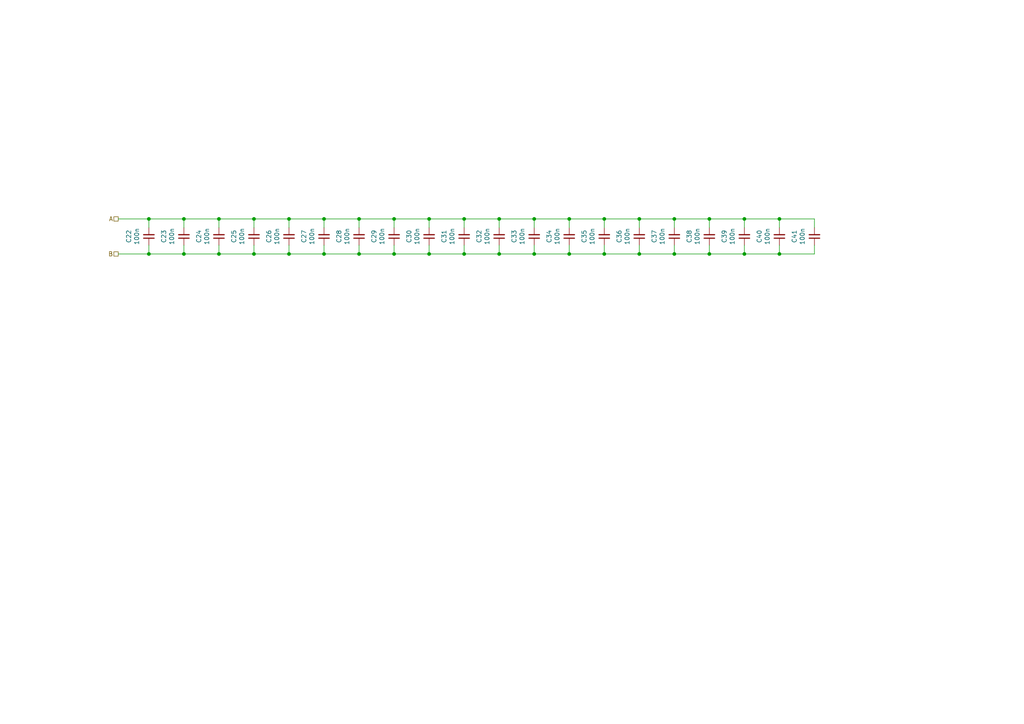
<source format=kicad_sch>
(kicad_sch (version 20230121) (generator eeschema)
  (paper "A4")
  (title_block (title "Electromagnetic Fault Injector") (date "2019-10-29") (rev "0.1") (company "Ledger"))
  (lib_symbols
    (symbol "Device:C_Small" (pin_numbers hide) (pin_names (offset 0.254) hide)
      (property "Reference" "C" (at 0.254 1.778 0))
      (property "Value" "C_Small" (at 0.254 -2.032 0))
      (symbol "C_Small_0_1"
        (polyline (pts (xy -1.524 -0.508) (xy 1.524 -0.508)) (stroke (width 0.3302)))
        (polyline (pts (xy -1.524 0.508) (xy 1.524 0.508)) (stroke (width 0.3048)))
      )
      (symbol "C_Small_1_1"
        (pin passive line (at 0 2.54 270) (length 2.032) (name "~") (number "1"))
        (pin passive line (at 0 -2.54 90) (length 2.032) (name "~") (number "2"))
      )
    )
  )
  (junction (at 63.5 73.66))
  (junction (at 165.1 63.5))
  (junction (at 124.46 73.66))
  (junction (at 165.1 73.66))
  (junction (at 114.3 73.66))
  (junction (at 195.58 73.66))
  (junction (at 53.34 63.5))
  (junction (at 154.94 73.66))
  (junction (at 53.34 73.66))
  (junction (at 226.06 63.5))
  (junction (at 43.18 73.66))
  (junction (at 83.82 63.5))
  (junction (at 175.26 63.5))
  (junction (at 63.5 63.5))
  (junction (at 195.58 63.5))
  (junction (at 175.26 73.66))
  (junction (at 134.62 73.66))
  (junction (at 205.74 63.5))
  (junction (at 215.9 73.66))
  (junction (at 185.42 73.66))
  (junction (at 185.42 63.5))
  (junction (at 154.94 63.5))
  (junction (at 104.14 63.5))
  (junction (at 83.82 73.66))
  (junction (at 93.98 63.5))
  (junction (at 73.66 73.66))
  (junction (at 104.14 73.66))
  (junction (at 93.98 73.66))
  (junction (at 144.78 63.5))
  (junction (at 215.9 63.5))
  (junction (at 43.18 63.5))
  (junction (at 114.3 63.5))
  (junction (at 73.66 63.5))
  (junction (at 134.62 63.5))
  (junction (at 205.74 73.66))
  (junction (at 226.06 73.66))
  (junction (at 144.78 73.66))
  (junction (at 124.46 63.5))
  (wire (pts (xy 124.46 71.12) (xy 124.46 73.66)))
  (wire (pts (xy 195.58 63.5) (xy 205.74 63.5)))
  (wire (pts (xy 205.74 73.66) (xy 205.74 71.12)))
  (wire (pts (xy 104.14 63.5) (xy 104.14 66.04)))
  (wire (pts (xy 205.74 73.66) (xy 195.58 73.66)))
  (wire (pts (xy 93.98 63.5) (xy 83.82 63.5)))
  (wire (pts (xy 154.94 71.12) (xy 154.94 73.66)))
  (wire (pts (xy 73.66 66.04) (xy 73.66 63.5)))
  (wire (pts (xy 93.98 73.66) (xy 104.14 73.66)))
  (wire (pts (xy 165.1 73.66) (xy 154.94 73.66)))
  (wire (pts (xy 63.5 63.5) (xy 53.34 63.5)))
  (wire (pts (xy 93.98 66.04) (xy 93.98 63.5)))
  (wire (pts (xy 144.78 71.12) (xy 144.78 73.66)))
  (wire (pts (xy 43.18 73.66) (xy 53.34 73.66)))
  (wire (pts (xy 226.06 63.5) (xy 226.06 66.04)))
  (wire (pts (xy 144.78 63.5) (xy 144.78 66.04)))
  (wire (pts (xy 83.82 63.5) (xy 73.66 63.5)))
  (wire (pts (xy 53.34 73.66) (xy 53.34 71.12)))
  (wire (pts (xy 165.1 66.04) (xy 165.1 63.5)))
  (wire (pts (xy 134.62 73.66) (xy 134.62 71.12)))
  (wire (pts (xy 165.1 73.66) (xy 165.1 71.12)))
  (wire (pts (xy 175.26 63.5) (xy 185.42 63.5)))
  (wire (pts (xy 73.66 63.5) (xy 63.5 63.5)))
  (wire (pts (xy 114.3 63.5) (xy 104.14 63.5)))
  (wire (pts (xy 114.3 73.66) (xy 114.3 71.12)))
  (wire (pts (xy 236.22 71.12) (xy 236.22 73.66)))
  (wire (pts (xy 195.58 71.12) (xy 195.58 73.66)))
  (wire (pts (xy 43.18 71.12) (xy 43.18 73.66)))
  (wire (pts (xy 215.9 73.66) (xy 205.74 73.66)))
  (wire (pts (xy 154.94 63.5) (xy 165.1 63.5)))
  (wire (pts (xy 144.78 63.5) (xy 154.94 63.5)))
  (wire (pts (xy 205.74 63.5) (xy 215.9 63.5)))
  (wire (pts (xy 124.46 63.5) (xy 124.46 66.04)))
  (wire (pts (xy 185.42 63.5) (xy 185.42 66.04)))
  (wire (pts (xy 124.46 63.5) (xy 114.3 63.5)))
  (wire (pts (xy 114.3 73.66) (xy 124.46 73.66)))
  (wire (pts (xy 154.94 73.66) (xy 144.78 73.66)))
  (wire (pts (xy 53.34 73.66) (xy 63.5 73.66)))
  (wire (pts (xy 43.18 63.5) (xy 43.18 66.04)))
  (wire (pts (xy 83.82 73.66) (xy 93.98 73.66)))
  (wire (pts (xy 195.58 73.66) (xy 185.42 73.66)))
  (wire (pts (xy 34.29 63.5) (xy 43.18 63.5)))
  (wire (pts (xy 134.62 63.5) (xy 124.46 63.5)))
  (wire (pts (xy 154.94 66.04) (xy 154.94 63.5)))
  (wire (pts (xy 53.34 63.5) (xy 43.18 63.5)))
  (wire (pts (xy 104.14 71.12) (xy 104.14 73.66)))
  (wire (pts (xy 63.5 73.66) (xy 73.66 73.66)))
  (wire (pts (xy 175.26 73.66) (xy 165.1 73.66)))
  (wire (pts (xy 134.62 63.5) (xy 144.78 63.5)))
  (wire (pts (xy 104.14 63.5) (xy 93.98 63.5)))
  (wire (pts (xy 114.3 66.04) (xy 114.3 63.5)))
  (wire (pts (xy 93.98 73.66) (xy 93.98 71.12)))
  (wire (pts (xy 73.66 73.66) (xy 83.82 73.66)))
  (wire (pts (xy 236.22 66.04) (xy 236.22 63.5)))
  (wire (pts (xy 175.26 66.04) (xy 175.26 63.5)))
  (wire (pts (xy 215.9 71.12) (xy 215.9 73.66)))
  (wire (pts (xy 215.9 63.5) (xy 226.06 63.5)))
  (wire (pts (xy 63.5 71.12) (xy 63.5 73.66)))
  (wire (pts (xy 185.42 73.66) (xy 175.26 73.66)))
  (wire (pts (xy 73.66 73.66) (xy 73.66 71.12)))
  (wire (pts (xy 165.1 63.5) (xy 175.26 63.5)))
  (wire (pts (xy 195.58 66.04) (xy 195.58 63.5)))
  (wire (pts (xy 205.74 63.5) (xy 205.74 66.04)))
  (wire (pts (xy 104.14 73.66) (xy 114.3 73.66)))
  (wire (pts (xy 53.34 66.04) (xy 53.34 63.5)))
  (wire (pts (xy 43.18 73.66) (xy 34.29 73.66)))
  (wire (pts (xy 175.26 71.12) (xy 175.26 73.66)))
  (wire (pts (xy 83.82 63.5) (xy 83.82 66.04)))
  (wire (pts (xy 185.42 63.5) (xy 195.58 63.5)))
  (wire (pts (xy 236.22 73.66) (xy 226.06 73.66)))
  (wire (pts (xy 226.06 63.5) (xy 236.22 63.5)))
  (wire (pts (xy 124.46 73.66) (xy 134.62 73.66)))
  (wire (pts (xy 226.06 73.66) (xy 215.9 73.66)))
  (wire (pts (xy 226.06 73.66) (xy 226.06 71.12)))
  (wire (pts (xy 144.78 73.66) (xy 134.62 73.66)))
  (wire (pts (xy 185.42 73.66) (xy 185.42 71.12)))
  (wire (pts (xy 215.9 66.04) (xy 215.9 63.5)))
  (wire (pts (xy 134.62 66.04) (xy 134.62 63.5)))
  (wire (pts (xy 63.5 66.04) (xy 63.5 63.5)))
  (wire (pts (xy 83.82 71.12) (xy 83.82 73.66)))
  (hierarchical_label "A" (shape passive) (at 34.29 63.5 180))
  (hierarchical_label "B" (shape passive) (at 34.29 73.66 180))
  (symbol (lib_id "Device:C_Small") (at 43.18 68.58 0) (mirror x) (unit 1)
    (property "Reference" "C22" (at 37.3634 68.58 90))
    (property "Value" "100n" (at 39.6748 68.58 90))
    (property "Footprint" "Capacitor_SMD:C_2225_5664Metric_Pad1.80x6.60mm_HandSolder" (effects hide))
    (property "Manufacturer" "Kemet" (effects hide))
    (property "ManufacturerRef" "C2225C104KFRACTU" (effects hide))
    (property "Price" "2.48" (effects hide))
    (property "Vendor" "Farnell" (effects hide))
    (property "VendorRef" "2676659" (effects hide))
    (property "Voltage" "1500" (effects hide))
  )
  (symbol (lib_id "Device:C_Small") (at 53.34 68.58 0) (mirror x) (unit 1)
    (property "Reference" "C23" (at 47.5234 68.58 90))
    (property "Value" "100n" (at 49.8348 68.58 90))
    (property "Footprint" "Capacitor_SMD:C_2225_5664Metric_Pad1.80x6.60mm_HandSolder" (effects hide))
    (property "Manufacturer" "Kemet" (effects hide))
    (property "ManufacturerRef" "C2225C104KFRACTU" (effects hide))
    (property "Price" "2.48" (effects hide))
    (property "Vendor" "Farnell" (effects hide))
    (property "VendorRef" "2676659" (effects hide))
    (property "Voltage" "1500" (effects hide))
  )
  (symbol (lib_id "Device:C_Small") (at 63.5 68.58 0) (mirror x) (unit 1)
    (property "Reference" "C24" (at 57.6834 68.58 90))
    (property "Value" "100n" (at 59.9948 68.58 90))
    (property "Footprint" "Capacitor_SMD:C_2225_5664Metric_Pad1.80x6.60mm_HandSolder" (effects hide))
    (property "Manufacturer" "Kemet" (effects hide))
    (property "ManufacturerRef" "C2225C104KFRACTU" (effects hide))
    (property "Price" "2.48" (effects hide))
    (property "Vendor" "Farnell" (effects hide))
    (property "VendorRef" "2676659" (effects hide))
    (property "Voltage" "1500" (effects hide))
  )
  (symbol (lib_id "Device:C_Small") (at 73.66 68.58 0) (mirror x) (unit 1)
    (property "Reference" "C25" (at 67.8434 68.58 90))
    (property "Value" "100n" (at 70.1548 68.58 90))
    (property "Footprint" "Capacitor_SMD:C_2225_5664Metric_Pad1.80x6.60mm_HandSolder" (effects hide))
    (property "Manufacturer" "Kemet" (effects hide))
    (property "ManufacturerRef" "C2225C104KFRACTU" (effects hide))
    (property "Price" "2.48" (effects hide))
    (property "Vendor" "Farnell" (effects hide))
    (property "VendorRef" "2676659" (effects hide))
    (property "Voltage" "1500" (effects hide))
  )
  (symbol (lib_id "Device:C_Small") (at 83.82 68.58 0) (mirror x) (unit 1)
    (property "Reference" "C26" (at 78.0034 68.58 90))
    (property "Value" "100n" (at 80.3148 68.58 90))
    (property "Footprint" "Capacitor_SMD:C_2225_5664Metric_Pad1.80x6.60mm_HandSolder" (effects hide))
    (property "Manufacturer" "Kemet" (effects hide))
    (property "ManufacturerRef" "C2225C104KFRACTU" (effects hide))
    (property "Price" "2.48" (effects hide))
    (property "Vendor" "Farnell" (effects hide))
    (property "VendorRef" "2676659" (effects hide))
    (property "Voltage" "1500" (effects hide))
  )
  (symbol (lib_id "Device:C_Small") (at 93.98 68.58 0) (mirror x) (unit 1)
    (property "Reference" "C27" (at 88.1634 68.58 90))
    (property "Value" "100n" (at 90.4748 68.58 90))
    (property "Footprint" "Capacitor_SMD:C_2225_5664Metric_Pad1.80x6.60mm_HandSolder" (effects hide))
    (property "Manufacturer" "Kemet" (effects hide))
    (property "ManufacturerRef" "C2225C104KFRACTU" (effects hide))
    (property "Price" "2.48" (effects hide))
    (property "Vendor" "Farnell" (effects hide))
    (property "VendorRef" "2676659" (effects hide))
    (property "Voltage" "1500" (effects hide))
  )
  (symbol (lib_id "Device:C_Small") (at 104.14 68.58 0) (mirror x) (unit 1)
    (property "Reference" "C28" (at 98.3234 68.58 90))
    (property "Value" "100n" (at 100.6348 68.58 90))
    (property "Footprint" "Capacitor_SMD:C_2225_5664Metric_Pad1.80x6.60mm_HandSolder" (effects hide))
    (property "Manufacturer" "Kemet" (effects hide))
    (property "ManufacturerRef" "C2225C104KFRACTU" (effects hide))
    (property "Price" "2.48" (effects hide))
    (property "Vendor" "Farnell" (effects hide))
    (property "VendorRef" "2676659" (effects hide))
    (property "Voltage" "1500" (effects hide))
  )
  (symbol (lib_id "Device:C_Small") (at 114.3 68.58 0) (mirror x) (unit 1)
    (property "Reference" "C29" (at 108.4834 68.58 90))
    (property "Value" "100n" (at 110.7948 68.58 90))
    (property "Footprint" "Capacitor_SMD:C_2225_5664Metric_Pad1.80x6.60mm_HandSolder" (effects hide))
    (property "Manufacturer" "Kemet" (effects hide))
    (property "ManufacturerRef" "C2225C104KFRACTU" (effects hide))
    (property "Price" "2.48" (effects hide))
    (property "Vendor" "Farnell" (effects hide))
    (property "VendorRef" "2676659" (effects hide))
    (property "Voltage" "1500" (effects hide))
  )
  (symbol (lib_id "Device:C_Small") (at 124.46 68.58 0) (mirror x) (unit 1)
    (property "Reference" "C30" (at 118.6434 68.58 90))
    (property "Value" "100n" (at 120.9548 68.58 90))
    (property "Footprint" "Capacitor_SMD:C_2225_5664Metric_Pad1.80x6.60mm_HandSolder" (effects hide))
    (property "Manufacturer" "Kemet" (effects hide))
    (property "ManufacturerRef" "C2225C104KFRACTU" (effects hide))
    (property "Price" "2.48" (effects hide))
    (property "Vendor" "Farnell" (effects hide))
    (property "VendorRef" "2676659" (effects hide))
    (property "Voltage" "1500" (effects hide))
  )
  (symbol (lib_id "Device:C_Small") (at 134.62 68.58 0) (mirror x) (unit 1)
    (property "Reference" "C31" (at 128.8034 68.58 90))
    (property "Value" "100n" (at 131.1148 68.58 90))
    (property "Footprint" "Capacitor_SMD:C_2225_5664Metric_Pad1.80x6.60mm_HandSolder" (effects hide))
    (property "Manufacturer" "Kemet" (effects hide))
    (property "ManufacturerRef" "C2225C104KFRACTU" (effects hide))
    (property "Price" "2.48" (effects hide))
    (property "Vendor" "Farnell" (effects hide))
    (property "VendorRef" "2676659" (effects hide))
    (property "Voltage" "1500" (effects hide))
  )
  (symbol (lib_id "Device:C_Small") (at 144.78 68.58 0) (mirror x) (unit 1)
    (property "Reference" "C32" (at 138.9634 68.58 90))
    (property "Value" "100n" (at 141.2748 68.58 90))
    (property "Footprint" "Capacitor_SMD:C_2225_5664Metric_Pad1.80x6.60mm_HandSolder" (effects hide))
    (property "Manufacturer" "Kemet" (effects hide))
    (property "ManufacturerRef" "C2225C104KFRACTU" (effects hide))
    (property "Price" "2.48" (effects hide))
    (property "Vendor" "Farnell" (effects hide))
    (property "VendorRef" "2676659" (effects hide))
    (property "Voltage" "1500" (effects hide))
  )
  (symbol (lib_id "Device:C_Small") (at 154.94 68.58 0) (mirror x) (unit 1)
    (property "Reference" "C33" (at 149.1234 68.58 90))
    (property "Value" "100n" (at 151.4348 68.58 90))
    (property "Footprint" "Capacitor_SMD:C_2225_5664Metric_Pad1.80x6.60mm_HandSolder" (effects hide))
    (property "Manufacturer" "Kemet" (effects hide))
    (property "ManufacturerRef" "C2225C104KFRACTU" (effects hide))
    (property "Price" "2.48" (effects hide))
    (property "Vendor" "Farnell" (effects hide))
    (property "VendorRef" "2676659" (effects hide))
    (property "Voltage" "1500" (effects hide))
  )
  (symbol (lib_id "Device:C_Small") (at 165.1 68.58 0) (mirror x) (unit 1)
    (property "Reference" "C34" (at 159.2834 68.58 90))
    (property "Value" "100n" (at 161.5948 68.58 90))
    (property "Footprint" "Capacitor_SMD:C_2225_5664Metric_Pad1.80x6.60mm_HandSolder" (effects hide))
    (property "Manufacturer" "Kemet" (effects hide))
    (property "ManufacturerRef" "C2225C104KFRACTU" (effects hide))
    (property "Price" "2.48" (effects hide))
    (property "Vendor" "Farnell" (effects hide))
    (property "VendorRef" "2676659" (effects hide))
    (property "Voltage" "1500" (effects hide))
  )
  (symbol (lib_id "Device:C_Small") (at 175.26 68.58 0) (mirror x) (unit 1)
    (property "Reference" "C35" (at 169.4434 68.58 90))
    (property "Value" "100n" (at 171.7548 68.58 90))
    (property "Footprint" "Capacitor_SMD:C_2225_5664Metric_Pad1.80x6.60mm_HandSolder" (effects hide))
    (property "Manufacturer" "Kemet" (effects hide))
    (property "ManufacturerRef" "C2225C104KFRACTU" (effects hide))
    (property "Price" "2.48" (effects hide))
    (property "Vendor" "Farnell" (effects hide))
    (property "VendorRef" "2676659" (effects hide))
    (property "Voltage" "1500" (effects hide))
  )
  (symbol (lib_id "Device:C_Small") (at 185.42 68.58 0) (mirror x) (unit 1)
    (property "Reference" "C36" (at 179.6034 68.58 90))
    (property "Value" "100n" (at 181.9148 68.58 90))
    (property "Footprint" "Capacitor_SMD:C_2225_5664Metric_Pad1.80x6.60mm_HandSolder" (effects hide))
    (property "Manufacturer" "Kemet" (effects hide))
    (property "ManufacturerRef" "C2225C104KFRACTU" (effects hide))
    (property "Price" "2.48" (effects hide))
    (property "Vendor" "Farnell" (effects hide))
    (property "VendorRef" "2676659" (effects hide))
    (property "Voltage" "1500" (effects hide))
  )
  (symbol (lib_id "Device:C_Small") (at 195.58 68.58 0) (mirror x) (unit 1)
    (property "Reference" "C37" (at 189.7634 68.58 90))
    (property "Value" "100n" (at 192.0748 68.58 90))
    (property "Footprint" "Capacitor_SMD:C_2225_5664Metric_Pad1.80x6.60mm_HandSolder" (effects hide))
    (property "Manufacturer" "Kemet" (effects hide))
    (property "ManufacturerRef" "C2225C104KFRACTU" (effects hide))
    (property "Price" "2.48" (effects hide))
    (property "Vendor" "Farnell" (effects hide))
    (property "VendorRef" "2676659" (effects hide))
    (property "Voltage" "1500" (effects hide))
  )
  (symbol (lib_id "Device:C_Small") (at 205.74 68.58 0) (mirror x) (unit 1)
    (property "Reference" "C38" (at 199.9234 68.58 90))
    (property "Value" "100n" (at 202.2348 68.58 90))
    (property "Footprint" "Capacitor_SMD:C_2225_5664Metric_Pad1.80x6.60mm_HandSolder" (effects hide))
    (property "Manufacturer" "Kemet" (effects hide))
    (property "ManufacturerRef" "C2225C104KFRACTU" (effects hide))
    (property "Price" "2.48" (effects hide))
    (property "Vendor" "Farnell" (effects hide))
    (property "VendorRef" "2676659" (effects hide))
    (property "Voltage" "1500" (effects hide))
  )
  (symbol (lib_id "Device:C_Small") (at 215.9 68.58 0) (mirror x) (unit 1)
    (property "Reference" "C39" (at 210.0834 68.58 90))
    (property "Value" "100n" (at 212.3948 68.58 90))
    (property "Footprint" "Capacitor_SMD:C_2225_5664Metric_Pad1.80x6.60mm_HandSolder" (effects hide))
    (property "Manufacturer" "Kemet" (effects hide))
    (property "ManufacturerRef" "C2225C104KFRACTU" (effects hide))
    (property "Price" "2.48" (effects hide))
    (property "Vendor" "Farnell" (effects hide))
    (property "VendorRef" "2676659" (effects hide))
    (property "Voltage" "1500" (effects hide))
  )
  (symbol (lib_id "Device:C_Small") (at 226.06 68.58 0) (mirror x) (unit 1)
    (property "Reference" "C40" (at 220.2434 68.58 90))
    (property "Value" "100n" (at 222.5548 68.58 90))
    (property "Footprint" "Capacitor_SMD:C_2225_5664Metric_Pad1.80x6.60mm_HandSolder" (effects hide))
    (property "Manufacturer" "Kemet" (effects hide))
    (property "ManufacturerRef" "C2225C104KFRACTU" (effects hide))
    (property "Price" "2.48" (effects hide))
    (property "Vendor" "Farnell" (effects hide))
    (property "VendorRef" "2676659" (effects hide))
    (property "Voltage" "1500" (effects hide))
  )
  (symbol (lib_id "Device:C_Small") (at 236.22 68.58 0) (mirror x) (unit 1)
    (property "Reference" "C41" (at 230.4034 68.58 90))
    (property "Value" "100n" (at 232.7148 68.58 90))
    (property "Footprint" "Capacitor_SMD:C_2225_5664Metric_Pad1.80x6.60mm_HandSolder" (effects hide))
    (property "Manufacturer" "Kemet" (effects hide))
    (property "ManufacturerRef" "C2225C104KFRACTU" (effects hide))
    (property "Price" "2.48" (effects hide))
    (property "Vendor" "Farnell" (effects hide))
    (property "VendorRef" "2676659" (effects hide))
    (property "Voltage" "1500" (effects hide))
  )
)
</source>
